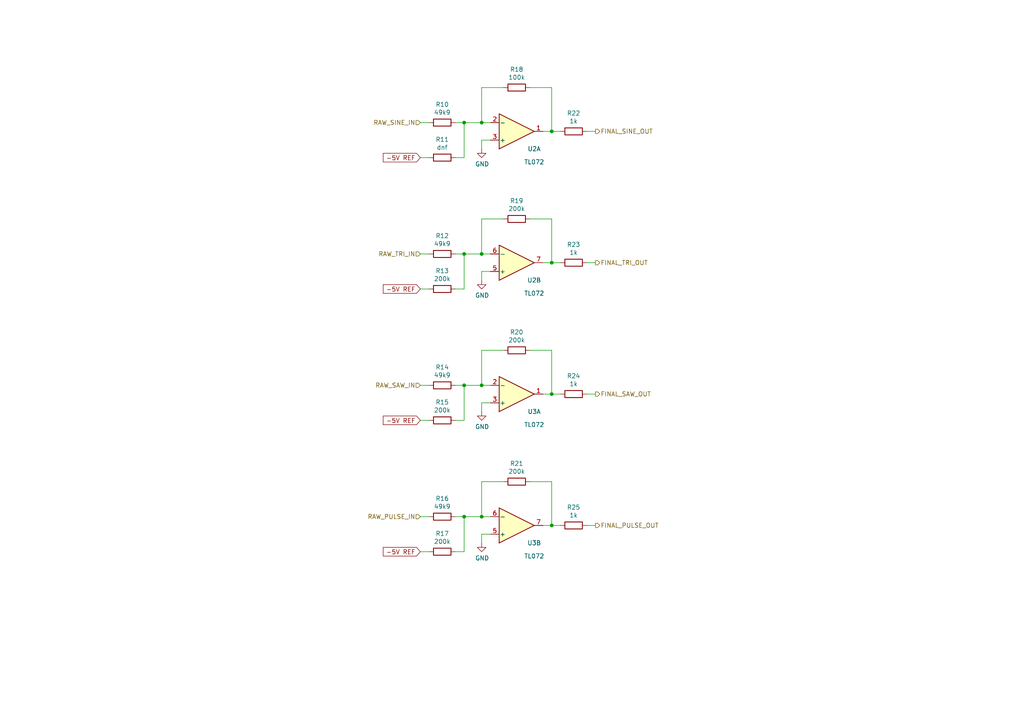
<source format=kicad_sch>
(kicad_sch (version 20211123) (generator eeschema)
  (paper "A4")
  (title_block (title "SSI2130 VCO") (date "2022-06-04") (rev "0") (comment 1 "creativecommons.org/licenses/by/4.0/") (comment 2 "License: CC by 4.0") (comment 3 "Author: Jordan Aceto"))
  (lib_symbols
    (symbol "Amplifier_Operational:TL072" (pin_names (offset 0.127))
      (property "Reference" "U" (at 0 5.08 0))
      (property "Value" "TL072" (at 0 -5.08 0))
      (symbol "TL072_1_1"
        (polyline (pts (xy -5.08 5.08) (xy 5.08 0) (xy -5.08 -5.08) (xy -5.08 5.08)) (stroke (width 0.254)) (fill (type background)))
        (pin output line (at 7.62 0 180) (length 2.54) (name "~") (number "1"))
        (pin input line (at -7.62 -2.54 0) (length 2.54) (name "-") (number "2"))
        (pin input line (at -7.62 2.54 0) (length 2.54) (name "+") (number "3"))
      )
      (symbol "TL072_2_1"
        (polyline (pts (xy -5.08 5.08) (xy 5.08 0) (xy -5.08 -5.08) (xy -5.08 5.08)) (stroke (width 0.254)) (fill (type background)))
        (pin input line (at -7.62 2.54 0) (length 2.54) (name "+") (number "5"))
        (pin input line (at -7.62 -2.54 0) (length 2.54) (name "-") (number "6"))
        (pin output line (at 7.62 0 180) (length 2.54) (name "~") (number "7"))
      )
      (symbol "TL072_3_1"
        (pin power_in line (at -2.54 -7.62 90) (length 3.81) (name "V-") (number "4"))
        (pin power_in line (at -2.54 7.62 270) (length 3.81) (name "V+") (number "8"))
      )
    )
    (symbol "Device:R" (pin_numbers hide) (pin_names (offset 0))
      (property "Reference" "R" (at 2.032 0 90))
      (property "Value" "R" (at 0 0 90))
      (symbol "R_0_1"
        (rectangle (start -1.016 -2.54) (end 1.016 2.54) (stroke (width 0.254)))
      )
      (symbol "R_1_1"
        (pin passive line (at 0 3.81 270) (length 1.27) (name "~") (number "1"))
        (pin passive line (at 0 -3.81 90) (length 1.27) (name "~") (number "2"))
      )
    )
    (symbol "power:GND" (power) (pin_names (offset 0))
      (property "Value" "GND" (at 0 -3.81 0))
      (symbol "GND_0_1"
        (polyline (pts (xy 0 0) (xy 0 -1.27) (xy 1.27 -1.27) (xy 0 -2.54) (xy -1.27 -1.27) (xy 0 -1.27)))
      )
      (symbol "GND_1_1"
        (pin power_in line (at 0 0 270) (length 0) hide (name "GND") (number "1"))
      )
    )
  )
  (junction (at 134.62 35.56))
  (junction (at 139.7 35.56))
  (junction (at 139.7 111.76))
  (junction (at 134.62 73.66))
  (junction (at 160.02 152.4))
  (junction (at 160.02 76.2))
  (junction (at 139.7 149.86))
  (junction (at 139.7 73.66))
  (junction (at 160.02 114.3))
  (junction (at 160.02 38.1))
  (junction (at 134.62 149.86))
  (junction (at 134.62 111.76))
  (wire (pts (xy 142.24 111.76) (xy 139.7 111.76)))
  (wire (pts (xy 139.7 43.18) (xy 139.7 40.64)))
  (wire (pts (xy 132.08 35.56) (xy 134.62 35.56)))
  (wire (pts (xy 134.62 121.92) (xy 134.62 111.76)))
  (wire (pts (xy 132.08 111.76) (xy 134.62 111.76)))
  (wire (pts (xy 134.62 73.66) (xy 139.7 73.66)))
  (wire (pts (xy 170.18 76.2) (xy 172.72 76.2)))
  (wire (pts (xy 139.7 35.56) (xy 139.7 25.4)))
  (wire (pts (xy 134.62 160.02) (xy 134.62 149.86)))
  (wire (pts (xy 121.92 160.02) (xy 124.46 160.02)))
  (wire (pts (xy 139.7 101.6) (xy 146.05 101.6)))
  (wire (pts (xy 121.92 121.92) (xy 124.46 121.92)))
  (wire (pts (xy 121.92 45.72) (xy 124.46 45.72)))
  (wire (pts (xy 132.08 73.66) (xy 134.62 73.66)))
  (wire (pts (xy 134.62 45.72) (xy 134.62 35.56)))
  (wire (pts (xy 139.7 25.4) (xy 146.05 25.4)))
  (wire (pts (xy 157.48 76.2) (xy 160.02 76.2)))
  (wire (pts (xy 170.18 152.4) (xy 172.72 152.4)))
  (wire (pts (xy 134.62 83.82) (xy 134.62 73.66)))
  (wire (pts (xy 134.62 149.86) (xy 139.7 149.86)))
  (wire (pts (xy 139.7 119.38) (xy 139.7 116.84)))
  (wire (pts (xy 162.56 114.3) (xy 160.02 114.3)))
  (wire (pts (xy 162.56 76.2) (xy 160.02 76.2)))
  (wire (pts (xy 134.62 35.56) (xy 139.7 35.56)))
  (wire (pts (xy 160.02 114.3) (xy 160.02 101.6)))
  (wire (pts (xy 157.48 38.1) (xy 160.02 38.1)))
  (wire (pts (xy 170.18 38.1) (xy 172.72 38.1)))
  (wire (pts (xy 142.24 149.86) (xy 139.7 149.86)))
  (wire (pts (xy 139.7 111.76) (xy 139.7 101.6)))
  (wire (pts (xy 162.56 38.1) (xy 160.02 38.1)))
  (wire (pts (xy 160.02 76.2) (xy 160.02 63.5)))
  (wire (pts (xy 139.7 73.66) (xy 139.7 63.5)))
  (wire (pts (xy 121.92 83.82) (xy 124.46 83.82)))
  (wire (pts (xy 124.46 73.66) (xy 121.92 73.66)))
  (wire (pts (xy 160.02 139.7) (xy 153.67 139.7)))
  (wire (pts (xy 139.7 116.84) (xy 142.24 116.84)))
  (wire (pts (xy 139.7 149.86) (xy 139.7 139.7)))
  (wire (pts (xy 160.02 152.4) (xy 160.02 139.7)))
  (wire (pts (xy 157.48 152.4) (xy 160.02 152.4)))
  (wire (pts (xy 157.48 114.3) (xy 160.02 114.3)))
  (wire (pts (xy 124.46 111.76) (xy 121.92 111.76)))
  (wire (pts (xy 162.56 152.4) (xy 160.02 152.4)))
  (wire (pts (xy 139.7 81.28) (xy 139.7 78.74)))
  (wire (pts (xy 124.46 149.86) (xy 121.92 149.86)))
  (wire (pts (xy 160.02 38.1) (xy 160.02 25.4)))
  (wire (pts (xy 132.08 45.72) (xy 134.62 45.72)))
  (wire (pts (xy 160.02 101.6) (xy 153.67 101.6)))
  (wire (pts (xy 134.62 111.76) (xy 139.7 111.76)))
  (wire (pts (xy 139.7 63.5) (xy 146.05 63.5)))
  (wire (pts (xy 160.02 63.5) (xy 153.67 63.5)))
  (wire (pts (xy 132.08 83.82) (xy 134.62 83.82)))
  (wire (pts (xy 170.18 114.3) (xy 172.72 114.3)))
  (wire (pts (xy 160.02 25.4) (xy 153.67 25.4)))
  (wire (pts (xy 142.24 35.56) (xy 139.7 35.56)))
  (wire (pts (xy 132.08 149.86) (xy 134.62 149.86)))
  (wire (pts (xy 124.46 35.56) (xy 121.92 35.56)))
  (wire (pts (xy 139.7 78.74) (xy 142.24 78.74)))
  (wire (pts (xy 139.7 154.94) (xy 142.24 154.94)))
  (wire (pts (xy 139.7 40.64) (xy 142.24 40.64)))
  (wire (pts (xy 132.08 160.02) (xy 134.62 160.02)))
  (wire (pts (xy 139.7 157.48) (xy 139.7 154.94)))
  (wire (pts (xy 139.7 139.7) (xy 146.05 139.7)))
  (wire (pts (xy 142.24 73.66) (xy 139.7 73.66)))
  (wire (pts (xy 132.08 121.92) (xy 134.62 121.92)))
  (global_label "-5V REF" (shape input) (at 121.92 83.82 180) (property "Intersheet References" "${INTERSHEET_REFS}" (effects hide)))
  (global_label "-5V REF" (shape input) (at 121.92 45.72 180) (property "Intersheet References" "${INTERSHEET_REFS}" (effects hide)))
  (global_label "-5V REF" (shape input) (at 121.92 160.02 180) (property "Intersheet References" "${INTERSHEET_REFS}" (effects hide)))
  (global_label "-5V REF" (shape input) (at 121.92 121.92 180) (property "Intersheet References" "${INTERSHEET_REFS}" (effects hide)))
  (hierarchical_label "RAW_PULSE_IN" (shape input) (at 121.92 149.86 180))
  (hierarchical_label "RAW_SAW_IN" (shape input) (at 121.92 111.76 180))
  (hierarchical_label "RAW_TRI_IN" (shape input) (at 121.92 73.66 180))
  (hierarchical_label "FINAL_SINE_OUT" (shape output) (at 172.72 38.1 0))
  (hierarchical_label "FINAL_TRI_OUT" (shape output) (at 172.72 76.2 0))
  (hierarchical_label "FINAL_PULSE_OUT" (shape output) (at 172.72 152.4 0))
  (hierarchical_label "RAW_SINE_IN" (shape input) (at 121.92 35.56 180))
  (hierarchical_label "FINAL_SAW_OUT" (shape output) (at 172.72 114.3 0))
  (symbol (lib_id "Device:R") (at 128.27 45.72 270) (unit 1)
    (property "Reference" "R11" (at 128.27 40.4622 90))
    (property "Value" "dnf" (at 128.27 42.7736 90))
    (property "Footprint" "Resistor_SMD:R_0805_2012Metric" (effects hide))
  )
  (symbol (lib_id "Amplifier_Operational:TL072") (at 149.86 38.1 0) (mirror x) (unit 1)
    (property "Reference" "U2" (at 154.94 43.18 0))
    (property "Value" "TL072" (at 154.94 46.99 0))
    (property "Footprint" "Package_SO:SOIC-8_3.9x4.9mm_P1.27mm" (effects hide))
    (property "Datasheet" "http://www.ti.com/lit/ds/symlink/tl071.pdf" (effects hide))
  )
  (symbol (lib_id "Device:R") (at 149.86 25.4 270) (unit 1)
    (property "Reference" "R18" (at 149.86 20.1422 90))
    (property "Value" "100k" (at 149.86 22.4536 90))
    (property "Footprint" "Resistor_SMD:R_0805_2012Metric" (effects hide))
  )
  (symbol (lib_id "Device:R") (at 128.27 35.56 270) (unit 1)
    (property "Reference" "R10" (at 128.27 30.3022 90))
    (property "Value" "49k9" (at 128.27 32.6136 90))
    (property "Footprint" "Resistor_SMD:R_0805_2012Metric" (effects hide))
  )
  (symbol (lib_id "power:GND") (at 139.7 43.18 0) (unit 1)
    (property "Reference" "#PWR023" (effects hide))
    (property "Value" "GND" (at 139.827 47.5742 0))
  )
  (symbol (lib_id "Amplifier_Operational:TL072") (at 149.86 76.2 0) (mirror x) (unit 2)
    (property "Reference" "U2" (at 154.94 81.28 0))
    (property "Value" "TL072" (at 154.94 85.09 0))
    (property "Footprint" "Package_SO:SOIC-8_3.9x4.9mm_P1.27mm" (effects hide))
    (property "Datasheet" "http://www.ti.com/lit/ds/symlink/tl071.pdf" (effects hide))
  )
  (symbol (lib_id "Device:R") (at 149.86 63.5 270) (unit 1)
    (property "Reference" "R19" (at 149.86 58.2422 90))
    (property "Value" "200k" (at 149.86 60.5536 90))
    (property "Footprint" "Resistor_SMD:R_0805_2012Metric" (effects hide))
  )
  (symbol (lib_id "Device:R") (at 128.27 73.66 270) (unit 1)
    (property "Reference" "R12" (at 128.27 68.4022 90))
    (property "Value" "49k9" (at 128.27 70.7136 90))
    (property "Footprint" "Resistor_SMD:R_0805_2012Metric" (effects hide))
  )
  (symbol (lib_id "power:GND") (at 139.7 81.28 0) (unit 1)
    (property "Reference" "#PWR024" (effects hide))
    (property "Value" "GND" (at 139.827 85.6742 0))
  )
  (symbol (lib_id "Amplifier_Operational:TL072") (at 149.86 114.3 0) (mirror x) (unit 1)
    (property "Reference" "U3" (at 154.94 119.38 0))
    (property "Value" "TL072" (at 154.94 123.19 0))
    (property "Footprint" "Package_SO:SOIC-8_3.9x4.9mm_P1.27mm" (effects hide))
    (property "Datasheet" "http://www.ti.com/lit/ds/symlink/tl071.pdf" (effects hide))
  )
  (symbol (lib_id "Device:R") (at 149.86 101.6 270) (unit 1)
    (property "Reference" "R20" (at 149.86 96.3422 90))
    (property "Value" "200k" (at 149.86 98.6536 90))
    (property "Footprint" "Resistor_SMD:R_0805_2012Metric" (effects hide))
  )
  (symbol (lib_id "Device:R") (at 128.27 111.76 270) (unit 1)
    (property "Reference" "R14" (at 128.27 106.5022 90))
    (property "Value" "49k9" (at 128.27 108.8136 90))
    (property "Footprint" "Resistor_SMD:R_0805_2012Metric" (effects hide))
  )
  (symbol (lib_id "power:GND") (at 139.7 119.38 0) (unit 1)
    (property "Reference" "#PWR025" (effects hide))
    (property "Value" "GND" (at 139.827 123.7742 0))
  )
  (symbol (lib_id "Amplifier_Operational:TL072") (at 149.86 152.4 0) (mirror x) (unit 2)
    (property "Reference" "U3" (at 154.94 157.48 0))
    (property "Value" "TL072" (at 154.94 161.29 0))
    (property "Footprint" "Package_SO:SOIC-8_3.9x4.9mm_P1.27mm" (effects hide))
    (property "Datasheet" "http://www.ti.com/lit/ds/symlink/tl071.pdf" (effects hide))
  )
  (symbol (lib_id "Device:R") (at 149.86 139.7 270) (unit 1)
    (property "Reference" "R21" (at 149.86 134.4422 90))
    (property "Value" "200k" (at 149.86 136.7536 90))
    (property "Footprint" "Resistor_SMD:R_0805_2012Metric" (effects hide))
  )
  (symbol (lib_id "Device:R") (at 128.27 149.86 270) (unit 1)
    (property "Reference" "R16" (at 128.27 144.6022 90))
    (property "Value" "49k9" (at 128.27 146.9136 90))
    (property "Footprint" "Resistor_SMD:R_0805_2012Metric" (effects hide))
  )
  (symbol (lib_id "power:GND") (at 139.7 157.48 0) (unit 1)
    (property "Reference" "#PWR026" (effects hide))
    (property "Value" "GND" (at 139.827 161.8742 0))
  )
  (symbol (lib_id "Device:R") (at 128.27 83.82 270) (unit 1)
    (property "Reference" "R13" (at 128.27 78.5622 90))
    (property "Value" "200k" (at 128.27 80.8736 90))
    (property "Footprint" "Resistor_SMD:R_0805_2012Metric" (effects hide))
  )
  (symbol (lib_id "Device:R") (at 128.27 121.92 270) (unit 1)
    (property "Reference" "R15" (at 128.27 116.6622 90))
    (property "Value" "200k" (at 128.27 118.9736 90))
    (property "Footprint" "Resistor_SMD:R_0805_2012Metric" (effects hide))
  )
  (symbol (lib_id "Device:R") (at 128.27 160.02 270) (unit 1)
    (property "Reference" "R17" (at 128.27 154.7622 90))
    (property "Value" "200k" (at 128.27 157.0736 90))
    (property "Footprint" "Resistor_SMD:R_0805_2012Metric" (effects hide))
  )
  (symbol (lib_id "Device:R") (at 166.37 38.1 270) (unit 1)
    (property "Reference" "R22" (at 166.37 32.8422 90))
    (property "Value" "1k" (at 166.37 35.1536 90))
    (property "Footprint" "Resistor_SMD:R_0805_2012Metric" (effects hide))
  )
  (symbol (lib_id "Device:R") (at 166.37 76.2 270) (unit 1)
    (property "Reference" "R23" (at 166.37 70.9422 90))
    (property "Value" "1k" (at 166.37 73.2536 90))
    (property "Footprint" "Resistor_SMD:R_0805_2012Metric" (effects hide))
  )
  (symbol (lib_id "Device:R") (at 166.37 114.3 270) (unit 1)
    (property "Reference" "R24" (at 166.37 109.0422 90))
    (property "Value" "1k" (at 166.37 111.3536 90))
    (property "Footprint" "Resistor_SMD:R_0805_2012Metric" (effects hide))
  )
  (symbol (lib_id "Device:R") (at 166.37 152.4 270) (unit 1)
    (property "Reference" "R25" (at 166.37 147.1422 90))
    (property "Value" "1k" (at 166.37 149.4536 90))
    (property "Footprint" "Resistor_SMD:R_0805_2012Metric" (effects hide))
  )
)
</source>
